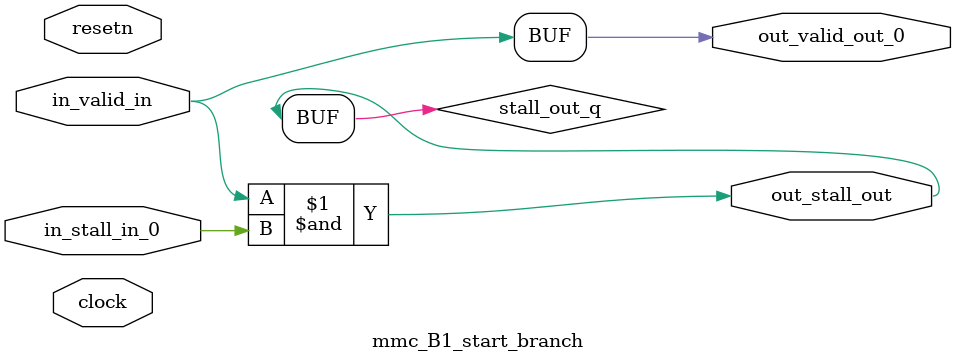
<source format=sv>



(* altera_attribute = "-name AUTO_SHIFT_REGISTER_RECOGNITION OFF; -name MESSAGE_DISABLE 10036; -name MESSAGE_DISABLE 10037; -name MESSAGE_DISABLE 14130; -name MESSAGE_DISABLE 14320; -name MESSAGE_DISABLE 15400; -name MESSAGE_DISABLE 14130; -name MESSAGE_DISABLE 10036; -name MESSAGE_DISABLE 12020; -name MESSAGE_DISABLE 12030; -name MESSAGE_DISABLE 12010; -name MESSAGE_DISABLE 12110; -name MESSAGE_DISABLE 14320; -name MESSAGE_DISABLE 13410; -name MESSAGE_DISABLE 113007; -name MESSAGE_DISABLE 10958" *)
module mmc_B1_start_branch (
    input wire [0:0] in_stall_in_0,
    input wire [0:0] in_valid_in,
    output wire [0:0] out_stall_out,
    output wire [0:0] out_valid_out_0,
    input wire clock,
    input wire resetn
    );

    wire [0:0] stall_out_q;


    // stall_out(LOGICAL,6)
    assign stall_out_q = in_valid_in & in_stall_in_0;

    // out_stall_out(GPOUT,4)
    assign out_stall_out = stall_out_q;

    // out_valid_out_0(GPOUT,5)
    assign out_valid_out_0 = in_valid_in;

endmodule

</source>
